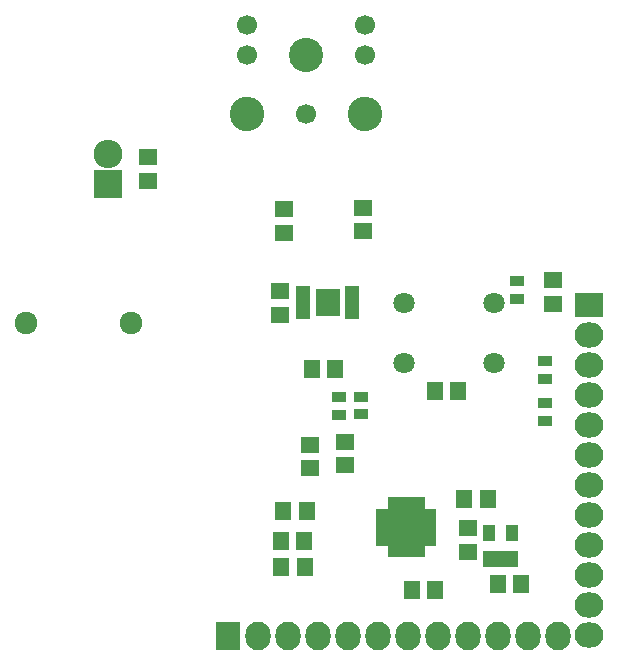
<source format=gbr>
G04 #@! TF.FileFunction,Soldermask,Top*
%FSLAX46Y46*%
G04 Gerber Fmt 4.6, Leading zero omitted, Abs format (unit mm)*
G04 Created by KiCad (PCBNEW 4.0.2-stable) date 27/05/2016 15:33:53*
%MOMM*%
G01*
G04 APERTURE LIST*
%ADD10C,0.100000*%
%ADD11C,1.924000*%
%ADD12R,2.432000X2.432000*%
%ADD13O,2.432000X2.432000*%
%ADD14R,1.400000X1.650000*%
%ADD15R,1.050000X1.460000*%
%ADD16R,0.700000X1.250000*%
%ADD17R,1.250000X0.700000*%
%ADD18R,1.700000X1.700000*%
%ADD19C,1.797000*%
%ADD20R,2.432000X2.127200*%
%ADD21O,2.432000X2.127200*%
%ADD22R,1.650000X1.400000*%
%ADD23R,1.300000X0.900000*%
%ADD24R,2.127200X2.432000*%
%ADD25O,2.127200X2.432000*%
%ADD26R,1.290000X0.820000*%
%ADD27R,1.240000X1.340000*%
%ADD28C,2.900000*%
%ADD29C,2.924000*%
%ADD30C,1.700000*%
G04 APERTURE END LIST*
D10*
D11*
X148894800Y-75412600D03*
X157784800Y-75412600D03*
D12*
X155829000Y-63677800D03*
D13*
X155829000Y-61137800D03*
D14*
X170450000Y-93929200D03*
X172450000Y-93929200D03*
D15*
X188114900Y-95448300D03*
X189064900Y-95448300D03*
X190014900Y-95448300D03*
X190014900Y-93248300D03*
X188114900Y-93248300D03*
D16*
X182339300Y-90798100D03*
X181839300Y-90798100D03*
X181339300Y-90798100D03*
X180839300Y-90798100D03*
X180339300Y-90798100D03*
X179839300Y-90798100D03*
D17*
X179139300Y-91498100D03*
X179139300Y-91998100D03*
X179139300Y-92498100D03*
X179139300Y-92998100D03*
X179139300Y-93498100D03*
X179139300Y-93998100D03*
D16*
X179839300Y-94698100D03*
X180339300Y-94698100D03*
X180839300Y-94698100D03*
X181339300Y-94698100D03*
X181839300Y-94698100D03*
X182339300Y-94698100D03*
D17*
X183039300Y-93998100D03*
X183039300Y-93498100D03*
X183039300Y-92998100D03*
X183039300Y-92498100D03*
X183039300Y-91998100D03*
X183039300Y-91498100D03*
D18*
X180439300Y-93398100D03*
X181739300Y-93398100D03*
X180439300Y-92098100D03*
X181739300Y-92098100D03*
D19*
X188493400Y-73710800D03*
X188493400Y-78790800D03*
X180873400Y-73710800D03*
X180873400Y-78790800D03*
D20*
X196532500Y-73901300D03*
D21*
X196532500Y-76441300D03*
X196532500Y-78981300D03*
X196532500Y-81521300D03*
X196532500Y-84061300D03*
X196532500Y-86601300D03*
X196532500Y-89141300D03*
X196532500Y-91681300D03*
X196532500Y-94221300D03*
X196532500Y-96761300D03*
X196532500Y-99301300D03*
X196532500Y-101841300D03*
D14*
X186007500Y-90347800D03*
X188007500Y-90347800D03*
X170513500Y-96088200D03*
X172513500Y-96088200D03*
X185480200Y-81229200D03*
X183480200Y-81229200D03*
X181549800Y-98082100D03*
X183549800Y-98082100D03*
X190826900Y-97510600D03*
X188826900Y-97510600D03*
D22*
X186321700Y-92802200D03*
X186321700Y-94802200D03*
X193497200Y-71821800D03*
X193497200Y-73821800D03*
X170764200Y-65776600D03*
X170764200Y-67776600D03*
X177444400Y-65687700D03*
X177444400Y-67687700D03*
D23*
X190500000Y-71894000D03*
X190500000Y-73394000D03*
D24*
X165976300Y-101917500D03*
D25*
X168516300Y-101917500D03*
X171056300Y-101917500D03*
X173596300Y-101917500D03*
X176136300Y-101917500D03*
X178676300Y-101917500D03*
X181216300Y-101917500D03*
X183756300Y-101917500D03*
X186296300Y-101917500D03*
X188836300Y-101917500D03*
X191376300Y-101917500D03*
X193916300Y-101917500D03*
D23*
X175425100Y-81711100D03*
X175425100Y-83211100D03*
X177228500Y-81673000D03*
X177228500Y-83173000D03*
D22*
X170383200Y-72723500D03*
X170383200Y-74723500D03*
D26*
X176526800Y-74660400D03*
X176526800Y-74010400D03*
X176526800Y-73360400D03*
X176526800Y-72710400D03*
X172316800Y-72710400D03*
X172316800Y-73360400D03*
X172316800Y-74010400D03*
X172316800Y-74660400D03*
D27*
X174001800Y-73215400D03*
X174001800Y-74155400D03*
X174841800Y-73215400D03*
X174841800Y-74155400D03*
D22*
X172897800Y-87728300D03*
X172897800Y-85728300D03*
X175895000Y-87474300D03*
X175895000Y-85474300D03*
D14*
X172678600Y-91338400D03*
X170678600Y-91338400D03*
X175066200Y-79324200D03*
X173066200Y-79324200D03*
D22*
X159200000Y-61400000D03*
X159200000Y-63400000D03*
D23*
X192849500Y-82231800D03*
X192849500Y-83731800D03*
X192849500Y-80137700D03*
X192849500Y-78637700D03*
D28*
X172624000Y-52728000D03*
D29*
X167624000Y-57728000D03*
X177624000Y-57728000D03*
D30*
X167624000Y-50228000D03*
X177624000Y-50228000D03*
X167624000Y-52728000D03*
X177624000Y-52728000D03*
X172624000Y-57728000D03*
M02*

</source>
